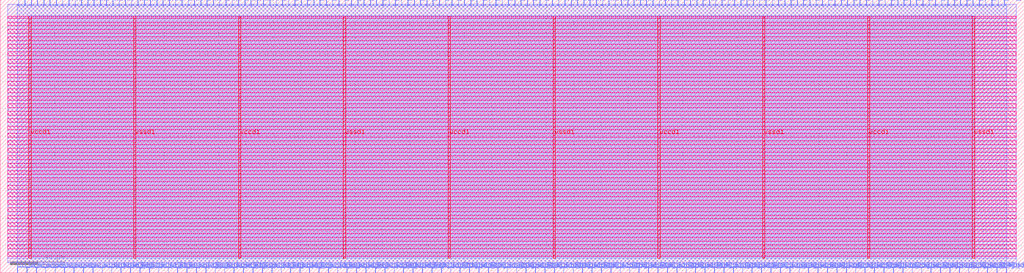
<source format=lef>
VERSION 5.7 ;
  NOWIREEXTENSIONATPIN ON ;
  DIVIDERCHAR "/" ;
  BUSBITCHARS "[]" ;
MACRO wb_memory
  CLASS BLOCK ;
  FOREIGN wb_memory ;
  ORIGIN 0.000 0.000 ;
  SIZE 750.000 BY 200.000 ;
  PIN addr_mem0[0]
    DIRECTION OUTPUT TRISTATE ;
    USE SIGNAL ;
    PORT
      LAYER met2 ;
        RECT 22.630 196.000 22.910 200.000 ;
    END
  END addr_mem0[0]
  PIN addr_mem0[1]
    DIRECTION OUTPUT TRISTATE ;
    USE SIGNAL ;
    PORT
      LAYER met2 ;
        RECT 41.030 196.000 41.310 200.000 ;
    END
  END addr_mem0[1]
  PIN addr_mem0[2]
    DIRECTION OUTPUT TRISTATE ;
    USE SIGNAL ;
    PORT
      LAYER met2 ;
        RECT 59.430 196.000 59.710 200.000 ;
    END
  END addr_mem0[2]
  PIN addr_mem0[3]
    DIRECTION OUTPUT TRISTATE ;
    USE SIGNAL ;
    PORT
      LAYER met2 ;
        RECT 77.830 196.000 78.110 200.000 ;
    END
  END addr_mem0[3]
  PIN addr_mem0[4]
    DIRECTION OUTPUT TRISTATE ;
    USE SIGNAL ;
    PORT
      LAYER met2 ;
        RECT 96.230 196.000 96.510 200.000 ;
    END
  END addr_mem0[4]
  PIN addr_mem0[5]
    DIRECTION OUTPUT TRISTATE ;
    USE SIGNAL ;
    PORT
      LAYER met2 ;
        RECT 110.030 196.000 110.310 200.000 ;
    END
  END addr_mem0[5]
  PIN addr_mem0[6]
    DIRECTION OUTPUT TRISTATE ;
    USE SIGNAL ;
    PORT
      LAYER met2 ;
        RECT 123.830 196.000 124.110 200.000 ;
    END
  END addr_mem0[6]
  PIN addr_mem0[7]
    DIRECTION OUTPUT TRISTATE ;
    USE SIGNAL ;
    PORT
      LAYER met2 ;
        RECT 137.630 196.000 137.910 200.000 ;
    END
  END addr_mem0[7]
  PIN addr_mem0[8]
    DIRECTION OUTPUT TRISTATE ;
    USE SIGNAL ;
    PORT
      LAYER met2 ;
        RECT 151.430 196.000 151.710 200.000 ;
    END
  END addr_mem0[8]
  PIN addr_mem1[0]
    DIRECTION OUTPUT TRISTATE ;
    USE SIGNAL ;
    PORT
      LAYER met2 ;
        RECT 386.030 196.000 386.310 200.000 ;
    END
  END addr_mem1[0]
  PIN addr_mem1[1]
    DIRECTION OUTPUT TRISTATE ;
    USE SIGNAL ;
    PORT
      LAYER met2 ;
        RECT 404.430 196.000 404.710 200.000 ;
    END
  END addr_mem1[1]
  PIN addr_mem1[2]
    DIRECTION OUTPUT TRISTATE ;
    USE SIGNAL ;
    PORT
      LAYER met2 ;
        RECT 422.830 196.000 423.110 200.000 ;
    END
  END addr_mem1[2]
  PIN addr_mem1[3]
    DIRECTION OUTPUT TRISTATE ;
    USE SIGNAL ;
    PORT
      LAYER met2 ;
        RECT 441.230 196.000 441.510 200.000 ;
    END
  END addr_mem1[3]
  PIN addr_mem1[4]
    DIRECTION OUTPUT TRISTATE ;
    USE SIGNAL ;
    PORT
      LAYER met2 ;
        RECT 459.630 196.000 459.910 200.000 ;
    END
  END addr_mem1[4]
  PIN addr_mem1[5]
    DIRECTION OUTPUT TRISTATE ;
    USE SIGNAL ;
    PORT
      LAYER met2 ;
        RECT 473.430 196.000 473.710 200.000 ;
    END
  END addr_mem1[5]
  PIN addr_mem1[6]
    DIRECTION OUTPUT TRISTATE ;
    USE SIGNAL ;
    PORT
      LAYER met2 ;
        RECT 487.230 196.000 487.510 200.000 ;
    END
  END addr_mem1[6]
  PIN addr_mem1[7]
    DIRECTION OUTPUT TRISTATE ;
    USE SIGNAL ;
    PORT
      LAYER met2 ;
        RECT 501.030 196.000 501.310 200.000 ;
    END
  END addr_mem1[7]
  PIN addr_mem1[8]
    DIRECTION OUTPUT TRISTATE ;
    USE SIGNAL ;
    PORT
      LAYER met2 ;
        RECT 514.830 196.000 515.110 200.000 ;
    END
  END addr_mem1[8]
  PIN csb_mem0
    DIRECTION OUTPUT TRISTATE ;
    USE SIGNAL ;
    PORT
      LAYER met2 ;
        RECT 13.430 196.000 13.710 200.000 ;
    END
  END csb_mem0
  PIN csb_mem1
    DIRECTION OUTPUT TRISTATE ;
    USE SIGNAL ;
    PORT
      LAYER met2 ;
        RECT 376.830 196.000 377.110 200.000 ;
    END
  END csb_mem1
  PIN din_mem0[0]
    DIRECTION OUTPUT TRISTATE ;
    USE SIGNAL ;
    PORT
      LAYER met2 ;
        RECT 27.230 196.000 27.510 200.000 ;
    END
  END din_mem0[0]
  PIN din_mem0[10]
    DIRECTION OUTPUT TRISTATE ;
    USE SIGNAL ;
    PORT
      LAYER met2 ;
        RECT 174.430 196.000 174.710 200.000 ;
    END
  END din_mem0[10]
  PIN din_mem0[11]
    DIRECTION OUTPUT TRISTATE ;
    USE SIGNAL ;
    PORT
      LAYER met2 ;
        RECT 183.630 196.000 183.910 200.000 ;
    END
  END din_mem0[11]
  PIN din_mem0[12]
    DIRECTION OUTPUT TRISTATE ;
    USE SIGNAL ;
    PORT
      LAYER met2 ;
        RECT 192.830 196.000 193.110 200.000 ;
    END
  END din_mem0[12]
  PIN din_mem0[13]
    DIRECTION OUTPUT TRISTATE ;
    USE SIGNAL ;
    PORT
      LAYER met2 ;
        RECT 202.030 196.000 202.310 200.000 ;
    END
  END din_mem0[13]
  PIN din_mem0[14]
    DIRECTION OUTPUT TRISTATE ;
    USE SIGNAL ;
    PORT
      LAYER met2 ;
        RECT 211.230 196.000 211.510 200.000 ;
    END
  END din_mem0[14]
  PIN din_mem0[15]
    DIRECTION OUTPUT TRISTATE ;
    USE SIGNAL ;
    PORT
      LAYER met2 ;
        RECT 220.430 196.000 220.710 200.000 ;
    END
  END din_mem0[15]
  PIN din_mem0[16]
    DIRECTION OUTPUT TRISTATE ;
    USE SIGNAL ;
    PORT
      LAYER met2 ;
        RECT 229.630 196.000 229.910 200.000 ;
    END
  END din_mem0[16]
  PIN din_mem0[17]
    DIRECTION OUTPUT TRISTATE ;
    USE SIGNAL ;
    PORT
      LAYER met2 ;
        RECT 238.830 196.000 239.110 200.000 ;
    END
  END din_mem0[17]
  PIN din_mem0[18]
    DIRECTION OUTPUT TRISTATE ;
    USE SIGNAL ;
    PORT
      LAYER met2 ;
        RECT 248.030 196.000 248.310 200.000 ;
    END
  END din_mem0[18]
  PIN din_mem0[19]
    DIRECTION OUTPUT TRISTATE ;
    USE SIGNAL ;
    PORT
      LAYER met2 ;
        RECT 257.230 196.000 257.510 200.000 ;
    END
  END din_mem0[19]
  PIN din_mem0[1]
    DIRECTION OUTPUT TRISTATE ;
    USE SIGNAL ;
    PORT
      LAYER met2 ;
        RECT 45.630 196.000 45.910 200.000 ;
    END
  END din_mem0[1]
  PIN din_mem0[20]
    DIRECTION OUTPUT TRISTATE ;
    USE SIGNAL ;
    PORT
      LAYER met2 ;
        RECT 266.430 196.000 266.710 200.000 ;
    END
  END din_mem0[20]
  PIN din_mem0[21]
    DIRECTION OUTPUT TRISTATE ;
    USE SIGNAL ;
    PORT
      LAYER met2 ;
        RECT 275.630 196.000 275.910 200.000 ;
    END
  END din_mem0[21]
  PIN din_mem0[22]
    DIRECTION OUTPUT TRISTATE ;
    USE SIGNAL ;
    PORT
      LAYER met2 ;
        RECT 284.830 196.000 285.110 200.000 ;
    END
  END din_mem0[22]
  PIN din_mem0[23]
    DIRECTION OUTPUT TRISTATE ;
    USE SIGNAL ;
    PORT
      LAYER met2 ;
        RECT 294.030 196.000 294.310 200.000 ;
    END
  END din_mem0[23]
  PIN din_mem0[24]
    DIRECTION OUTPUT TRISTATE ;
    USE SIGNAL ;
    PORT
      LAYER met2 ;
        RECT 303.230 196.000 303.510 200.000 ;
    END
  END din_mem0[24]
  PIN din_mem0[25]
    DIRECTION OUTPUT TRISTATE ;
    USE SIGNAL ;
    PORT
      LAYER met2 ;
        RECT 312.430 196.000 312.710 200.000 ;
    END
  END din_mem0[25]
  PIN din_mem0[26]
    DIRECTION OUTPUT TRISTATE ;
    USE SIGNAL ;
    PORT
      LAYER met2 ;
        RECT 321.630 196.000 321.910 200.000 ;
    END
  END din_mem0[26]
  PIN din_mem0[27]
    DIRECTION OUTPUT TRISTATE ;
    USE SIGNAL ;
    PORT
      LAYER met2 ;
        RECT 330.830 196.000 331.110 200.000 ;
    END
  END din_mem0[27]
  PIN din_mem0[28]
    DIRECTION OUTPUT TRISTATE ;
    USE SIGNAL ;
    PORT
      LAYER met2 ;
        RECT 340.030 196.000 340.310 200.000 ;
    END
  END din_mem0[28]
  PIN din_mem0[29]
    DIRECTION OUTPUT TRISTATE ;
    USE SIGNAL ;
    PORT
      LAYER met2 ;
        RECT 349.230 196.000 349.510 200.000 ;
    END
  END din_mem0[29]
  PIN din_mem0[2]
    DIRECTION OUTPUT TRISTATE ;
    USE SIGNAL ;
    PORT
      LAYER met2 ;
        RECT 64.030 196.000 64.310 200.000 ;
    END
  END din_mem0[2]
  PIN din_mem0[30]
    DIRECTION OUTPUT TRISTATE ;
    USE SIGNAL ;
    PORT
      LAYER met2 ;
        RECT 358.430 196.000 358.710 200.000 ;
    END
  END din_mem0[30]
  PIN din_mem0[31]
    DIRECTION OUTPUT TRISTATE ;
    USE SIGNAL ;
    PORT
      LAYER met2 ;
        RECT 367.630 196.000 367.910 200.000 ;
    END
  END din_mem0[31]
  PIN din_mem0[3]
    DIRECTION OUTPUT TRISTATE ;
    USE SIGNAL ;
    PORT
      LAYER met2 ;
        RECT 82.430 196.000 82.710 200.000 ;
    END
  END din_mem0[3]
  PIN din_mem0[4]
    DIRECTION OUTPUT TRISTATE ;
    USE SIGNAL ;
    PORT
      LAYER met2 ;
        RECT 100.830 196.000 101.110 200.000 ;
    END
  END din_mem0[4]
  PIN din_mem0[5]
    DIRECTION OUTPUT TRISTATE ;
    USE SIGNAL ;
    PORT
      LAYER met2 ;
        RECT 114.630 196.000 114.910 200.000 ;
    END
  END din_mem0[5]
  PIN din_mem0[6]
    DIRECTION OUTPUT TRISTATE ;
    USE SIGNAL ;
    PORT
      LAYER met2 ;
        RECT 128.430 196.000 128.710 200.000 ;
    END
  END din_mem0[6]
  PIN din_mem0[7]
    DIRECTION OUTPUT TRISTATE ;
    USE SIGNAL ;
    PORT
      LAYER met2 ;
        RECT 142.230 196.000 142.510 200.000 ;
    END
  END din_mem0[7]
  PIN din_mem0[8]
    DIRECTION OUTPUT TRISTATE ;
    USE SIGNAL ;
    PORT
      LAYER met2 ;
        RECT 156.030 196.000 156.310 200.000 ;
    END
  END din_mem0[8]
  PIN din_mem0[9]
    DIRECTION OUTPUT TRISTATE ;
    USE SIGNAL ;
    PORT
      LAYER met2 ;
        RECT 165.230 196.000 165.510 200.000 ;
    END
  END din_mem0[9]
  PIN din_mem1[0]
    DIRECTION OUTPUT TRISTATE ;
    USE SIGNAL ;
    PORT
      LAYER met2 ;
        RECT 390.630 196.000 390.910 200.000 ;
    END
  END din_mem1[0]
  PIN din_mem1[10]
    DIRECTION OUTPUT TRISTATE ;
    USE SIGNAL ;
    PORT
      LAYER met2 ;
        RECT 537.830 196.000 538.110 200.000 ;
    END
  END din_mem1[10]
  PIN din_mem1[11]
    DIRECTION OUTPUT TRISTATE ;
    USE SIGNAL ;
    PORT
      LAYER met2 ;
        RECT 547.030 196.000 547.310 200.000 ;
    END
  END din_mem1[11]
  PIN din_mem1[12]
    DIRECTION OUTPUT TRISTATE ;
    USE SIGNAL ;
    PORT
      LAYER met2 ;
        RECT 556.230 196.000 556.510 200.000 ;
    END
  END din_mem1[12]
  PIN din_mem1[13]
    DIRECTION OUTPUT TRISTATE ;
    USE SIGNAL ;
    PORT
      LAYER met2 ;
        RECT 565.430 196.000 565.710 200.000 ;
    END
  END din_mem1[13]
  PIN din_mem1[14]
    DIRECTION OUTPUT TRISTATE ;
    USE SIGNAL ;
    PORT
      LAYER met2 ;
        RECT 574.630 196.000 574.910 200.000 ;
    END
  END din_mem1[14]
  PIN din_mem1[15]
    DIRECTION OUTPUT TRISTATE ;
    USE SIGNAL ;
    PORT
      LAYER met2 ;
        RECT 583.830 196.000 584.110 200.000 ;
    END
  END din_mem1[15]
  PIN din_mem1[16]
    DIRECTION OUTPUT TRISTATE ;
    USE SIGNAL ;
    PORT
      LAYER met2 ;
        RECT 593.030 196.000 593.310 200.000 ;
    END
  END din_mem1[16]
  PIN din_mem1[17]
    DIRECTION OUTPUT TRISTATE ;
    USE SIGNAL ;
    PORT
      LAYER met2 ;
        RECT 602.230 196.000 602.510 200.000 ;
    END
  END din_mem1[17]
  PIN din_mem1[18]
    DIRECTION OUTPUT TRISTATE ;
    USE SIGNAL ;
    PORT
      LAYER met2 ;
        RECT 611.430 196.000 611.710 200.000 ;
    END
  END din_mem1[18]
  PIN din_mem1[19]
    DIRECTION OUTPUT TRISTATE ;
    USE SIGNAL ;
    PORT
      LAYER met2 ;
        RECT 620.630 196.000 620.910 200.000 ;
    END
  END din_mem1[19]
  PIN din_mem1[1]
    DIRECTION OUTPUT TRISTATE ;
    USE SIGNAL ;
    PORT
      LAYER met2 ;
        RECT 409.030 196.000 409.310 200.000 ;
    END
  END din_mem1[1]
  PIN din_mem1[20]
    DIRECTION OUTPUT TRISTATE ;
    USE SIGNAL ;
    PORT
      LAYER met2 ;
        RECT 629.830 196.000 630.110 200.000 ;
    END
  END din_mem1[20]
  PIN din_mem1[21]
    DIRECTION OUTPUT TRISTATE ;
    USE SIGNAL ;
    PORT
      LAYER met2 ;
        RECT 639.030 196.000 639.310 200.000 ;
    END
  END din_mem1[21]
  PIN din_mem1[22]
    DIRECTION OUTPUT TRISTATE ;
    USE SIGNAL ;
    PORT
      LAYER met2 ;
        RECT 648.230 196.000 648.510 200.000 ;
    END
  END din_mem1[22]
  PIN din_mem1[23]
    DIRECTION OUTPUT TRISTATE ;
    USE SIGNAL ;
    PORT
      LAYER met2 ;
        RECT 657.430 196.000 657.710 200.000 ;
    END
  END din_mem1[23]
  PIN din_mem1[24]
    DIRECTION OUTPUT TRISTATE ;
    USE SIGNAL ;
    PORT
      LAYER met2 ;
        RECT 666.630 196.000 666.910 200.000 ;
    END
  END din_mem1[24]
  PIN din_mem1[25]
    DIRECTION OUTPUT TRISTATE ;
    USE SIGNAL ;
    PORT
      LAYER met2 ;
        RECT 675.830 196.000 676.110 200.000 ;
    END
  END din_mem1[25]
  PIN din_mem1[26]
    DIRECTION OUTPUT TRISTATE ;
    USE SIGNAL ;
    PORT
      LAYER met2 ;
        RECT 685.030 196.000 685.310 200.000 ;
    END
  END din_mem1[26]
  PIN din_mem1[27]
    DIRECTION OUTPUT TRISTATE ;
    USE SIGNAL ;
    PORT
      LAYER met2 ;
        RECT 694.230 196.000 694.510 200.000 ;
    END
  END din_mem1[27]
  PIN din_mem1[28]
    DIRECTION OUTPUT TRISTATE ;
    USE SIGNAL ;
    PORT
      LAYER met2 ;
        RECT 703.430 196.000 703.710 200.000 ;
    END
  END din_mem1[28]
  PIN din_mem1[29]
    DIRECTION OUTPUT TRISTATE ;
    USE SIGNAL ;
    PORT
      LAYER met2 ;
        RECT 712.630 196.000 712.910 200.000 ;
    END
  END din_mem1[29]
  PIN din_mem1[2]
    DIRECTION OUTPUT TRISTATE ;
    USE SIGNAL ;
    PORT
      LAYER met2 ;
        RECT 427.430 196.000 427.710 200.000 ;
    END
  END din_mem1[2]
  PIN din_mem1[30]
    DIRECTION OUTPUT TRISTATE ;
    USE SIGNAL ;
    PORT
      LAYER met2 ;
        RECT 721.830 196.000 722.110 200.000 ;
    END
  END din_mem1[30]
  PIN din_mem1[31]
    DIRECTION OUTPUT TRISTATE ;
    USE SIGNAL ;
    PORT
      LAYER met2 ;
        RECT 731.030 196.000 731.310 200.000 ;
    END
  END din_mem1[31]
  PIN din_mem1[3]
    DIRECTION OUTPUT TRISTATE ;
    USE SIGNAL ;
    PORT
      LAYER met2 ;
        RECT 445.830 196.000 446.110 200.000 ;
    END
  END din_mem1[3]
  PIN din_mem1[4]
    DIRECTION OUTPUT TRISTATE ;
    USE SIGNAL ;
    PORT
      LAYER met2 ;
        RECT 464.230 196.000 464.510 200.000 ;
    END
  END din_mem1[4]
  PIN din_mem1[5]
    DIRECTION OUTPUT TRISTATE ;
    USE SIGNAL ;
    PORT
      LAYER met2 ;
        RECT 478.030 196.000 478.310 200.000 ;
    END
  END din_mem1[5]
  PIN din_mem1[6]
    DIRECTION OUTPUT TRISTATE ;
    USE SIGNAL ;
    PORT
      LAYER met2 ;
        RECT 491.830 196.000 492.110 200.000 ;
    END
  END din_mem1[6]
  PIN din_mem1[7]
    DIRECTION OUTPUT TRISTATE ;
    USE SIGNAL ;
    PORT
      LAYER met2 ;
        RECT 505.630 196.000 505.910 200.000 ;
    END
  END din_mem1[7]
  PIN din_mem1[8]
    DIRECTION OUTPUT TRISTATE ;
    USE SIGNAL ;
    PORT
      LAYER met2 ;
        RECT 519.430 196.000 519.710 200.000 ;
    END
  END din_mem1[8]
  PIN din_mem1[9]
    DIRECTION OUTPUT TRISTATE ;
    USE SIGNAL ;
    PORT
      LAYER met2 ;
        RECT 528.630 196.000 528.910 200.000 ;
    END
  END din_mem1[9]
  PIN dout_mem0[0]
    DIRECTION INPUT ;
    USE SIGNAL ;
    PORT
      LAYER met2 ;
        RECT 31.830 196.000 32.110 200.000 ;
    END
  END dout_mem0[0]
  PIN dout_mem0[10]
    DIRECTION INPUT ;
    USE SIGNAL ;
    PORT
      LAYER met2 ;
        RECT 179.030 196.000 179.310 200.000 ;
    END
  END dout_mem0[10]
  PIN dout_mem0[11]
    DIRECTION INPUT ;
    USE SIGNAL ;
    PORT
      LAYER met2 ;
        RECT 188.230 196.000 188.510 200.000 ;
    END
  END dout_mem0[11]
  PIN dout_mem0[12]
    DIRECTION INPUT ;
    USE SIGNAL ;
    PORT
      LAYER met2 ;
        RECT 197.430 196.000 197.710 200.000 ;
    END
  END dout_mem0[12]
  PIN dout_mem0[13]
    DIRECTION INPUT ;
    USE SIGNAL ;
    PORT
      LAYER met2 ;
        RECT 206.630 196.000 206.910 200.000 ;
    END
  END dout_mem0[13]
  PIN dout_mem0[14]
    DIRECTION INPUT ;
    USE SIGNAL ;
    PORT
      LAYER met2 ;
        RECT 215.830 196.000 216.110 200.000 ;
    END
  END dout_mem0[14]
  PIN dout_mem0[15]
    DIRECTION INPUT ;
    USE SIGNAL ;
    PORT
      LAYER met2 ;
        RECT 225.030 196.000 225.310 200.000 ;
    END
  END dout_mem0[15]
  PIN dout_mem0[16]
    DIRECTION INPUT ;
    USE SIGNAL ;
    PORT
      LAYER met2 ;
        RECT 234.230 196.000 234.510 200.000 ;
    END
  END dout_mem0[16]
  PIN dout_mem0[17]
    DIRECTION INPUT ;
    USE SIGNAL ;
    PORT
      LAYER met2 ;
        RECT 243.430 196.000 243.710 200.000 ;
    END
  END dout_mem0[17]
  PIN dout_mem0[18]
    DIRECTION INPUT ;
    USE SIGNAL ;
    PORT
      LAYER met2 ;
        RECT 252.630 196.000 252.910 200.000 ;
    END
  END dout_mem0[18]
  PIN dout_mem0[19]
    DIRECTION INPUT ;
    USE SIGNAL ;
    PORT
      LAYER met2 ;
        RECT 261.830 196.000 262.110 200.000 ;
    END
  END dout_mem0[19]
  PIN dout_mem0[1]
    DIRECTION INPUT ;
    USE SIGNAL ;
    PORT
      LAYER met2 ;
        RECT 50.230 196.000 50.510 200.000 ;
    END
  END dout_mem0[1]
  PIN dout_mem0[20]
    DIRECTION INPUT ;
    USE SIGNAL ;
    PORT
      LAYER met2 ;
        RECT 271.030 196.000 271.310 200.000 ;
    END
  END dout_mem0[20]
  PIN dout_mem0[21]
    DIRECTION INPUT ;
    USE SIGNAL ;
    PORT
      LAYER met2 ;
        RECT 280.230 196.000 280.510 200.000 ;
    END
  END dout_mem0[21]
  PIN dout_mem0[22]
    DIRECTION INPUT ;
    USE SIGNAL ;
    PORT
      LAYER met2 ;
        RECT 289.430 196.000 289.710 200.000 ;
    END
  END dout_mem0[22]
  PIN dout_mem0[23]
    DIRECTION INPUT ;
    USE SIGNAL ;
    PORT
      LAYER met2 ;
        RECT 298.630 196.000 298.910 200.000 ;
    END
  END dout_mem0[23]
  PIN dout_mem0[24]
    DIRECTION INPUT ;
    USE SIGNAL ;
    PORT
      LAYER met2 ;
        RECT 307.830 196.000 308.110 200.000 ;
    END
  END dout_mem0[24]
  PIN dout_mem0[25]
    DIRECTION INPUT ;
    USE SIGNAL ;
    PORT
      LAYER met2 ;
        RECT 317.030 196.000 317.310 200.000 ;
    END
  END dout_mem0[25]
  PIN dout_mem0[26]
    DIRECTION INPUT ;
    USE SIGNAL ;
    PORT
      LAYER met2 ;
        RECT 326.230 196.000 326.510 200.000 ;
    END
  END dout_mem0[26]
  PIN dout_mem0[27]
    DIRECTION INPUT ;
    USE SIGNAL ;
    PORT
      LAYER met2 ;
        RECT 335.430 196.000 335.710 200.000 ;
    END
  END dout_mem0[27]
  PIN dout_mem0[28]
    DIRECTION INPUT ;
    USE SIGNAL ;
    PORT
      LAYER met2 ;
        RECT 344.630 196.000 344.910 200.000 ;
    END
  END dout_mem0[28]
  PIN dout_mem0[29]
    DIRECTION INPUT ;
    USE SIGNAL ;
    PORT
      LAYER met2 ;
        RECT 353.830 196.000 354.110 200.000 ;
    END
  END dout_mem0[29]
  PIN dout_mem0[2]
    DIRECTION INPUT ;
    USE SIGNAL ;
    PORT
      LAYER met2 ;
        RECT 68.630 196.000 68.910 200.000 ;
    END
  END dout_mem0[2]
  PIN dout_mem0[30]
    DIRECTION INPUT ;
    USE SIGNAL ;
    PORT
      LAYER met2 ;
        RECT 363.030 196.000 363.310 200.000 ;
    END
  END dout_mem0[30]
  PIN dout_mem0[31]
    DIRECTION INPUT ;
    USE SIGNAL ;
    PORT
      LAYER met2 ;
        RECT 372.230 196.000 372.510 200.000 ;
    END
  END dout_mem0[31]
  PIN dout_mem0[3]
    DIRECTION INPUT ;
    USE SIGNAL ;
    PORT
      LAYER met2 ;
        RECT 87.030 196.000 87.310 200.000 ;
    END
  END dout_mem0[3]
  PIN dout_mem0[4]
    DIRECTION INPUT ;
    USE SIGNAL ;
    PORT
      LAYER met2 ;
        RECT 105.430 196.000 105.710 200.000 ;
    END
  END dout_mem0[4]
  PIN dout_mem0[5]
    DIRECTION INPUT ;
    USE SIGNAL ;
    PORT
      LAYER met2 ;
        RECT 119.230 196.000 119.510 200.000 ;
    END
  END dout_mem0[5]
  PIN dout_mem0[6]
    DIRECTION INPUT ;
    USE SIGNAL ;
    PORT
      LAYER met2 ;
        RECT 133.030 196.000 133.310 200.000 ;
    END
  END dout_mem0[6]
  PIN dout_mem0[7]
    DIRECTION INPUT ;
    USE SIGNAL ;
    PORT
      LAYER met2 ;
        RECT 146.830 196.000 147.110 200.000 ;
    END
  END dout_mem0[7]
  PIN dout_mem0[8]
    DIRECTION INPUT ;
    USE SIGNAL ;
    PORT
      LAYER met2 ;
        RECT 160.630 196.000 160.910 200.000 ;
    END
  END dout_mem0[8]
  PIN dout_mem0[9]
    DIRECTION INPUT ;
    USE SIGNAL ;
    PORT
      LAYER met2 ;
        RECT 169.830 196.000 170.110 200.000 ;
    END
  END dout_mem0[9]
  PIN dout_mem1[0]
    DIRECTION INPUT ;
    USE SIGNAL ;
    PORT
      LAYER met2 ;
        RECT 395.230 196.000 395.510 200.000 ;
    END
  END dout_mem1[0]
  PIN dout_mem1[10]
    DIRECTION INPUT ;
    USE SIGNAL ;
    PORT
      LAYER met2 ;
        RECT 542.430 196.000 542.710 200.000 ;
    END
  END dout_mem1[10]
  PIN dout_mem1[11]
    DIRECTION INPUT ;
    USE SIGNAL ;
    PORT
      LAYER met2 ;
        RECT 551.630 196.000 551.910 200.000 ;
    END
  END dout_mem1[11]
  PIN dout_mem1[12]
    DIRECTION INPUT ;
    USE SIGNAL ;
    PORT
      LAYER met2 ;
        RECT 560.830 196.000 561.110 200.000 ;
    END
  END dout_mem1[12]
  PIN dout_mem1[13]
    DIRECTION INPUT ;
    USE SIGNAL ;
    PORT
      LAYER met2 ;
        RECT 570.030 196.000 570.310 200.000 ;
    END
  END dout_mem1[13]
  PIN dout_mem1[14]
    DIRECTION INPUT ;
    USE SIGNAL ;
    PORT
      LAYER met2 ;
        RECT 579.230 196.000 579.510 200.000 ;
    END
  END dout_mem1[14]
  PIN dout_mem1[15]
    DIRECTION INPUT ;
    USE SIGNAL ;
    PORT
      LAYER met2 ;
        RECT 588.430 196.000 588.710 200.000 ;
    END
  END dout_mem1[15]
  PIN dout_mem1[16]
    DIRECTION INPUT ;
    USE SIGNAL ;
    PORT
      LAYER met2 ;
        RECT 597.630 196.000 597.910 200.000 ;
    END
  END dout_mem1[16]
  PIN dout_mem1[17]
    DIRECTION INPUT ;
    USE SIGNAL ;
    PORT
      LAYER met2 ;
        RECT 606.830 196.000 607.110 200.000 ;
    END
  END dout_mem1[17]
  PIN dout_mem1[18]
    DIRECTION INPUT ;
    USE SIGNAL ;
    PORT
      LAYER met2 ;
        RECT 616.030 196.000 616.310 200.000 ;
    END
  END dout_mem1[18]
  PIN dout_mem1[19]
    DIRECTION INPUT ;
    USE SIGNAL ;
    PORT
      LAYER met2 ;
        RECT 625.230 196.000 625.510 200.000 ;
    END
  END dout_mem1[19]
  PIN dout_mem1[1]
    DIRECTION INPUT ;
    USE SIGNAL ;
    PORT
      LAYER met2 ;
        RECT 413.630 196.000 413.910 200.000 ;
    END
  END dout_mem1[1]
  PIN dout_mem1[20]
    DIRECTION INPUT ;
    USE SIGNAL ;
    PORT
      LAYER met2 ;
        RECT 634.430 196.000 634.710 200.000 ;
    END
  END dout_mem1[20]
  PIN dout_mem1[21]
    DIRECTION INPUT ;
    USE SIGNAL ;
    PORT
      LAYER met2 ;
        RECT 643.630 196.000 643.910 200.000 ;
    END
  END dout_mem1[21]
  PIN dout_mem1[22]
    DIRECTION INPUT ;
    USE SIGNAL ;
    PORT
      LAYER met2 ;
        RECT 652.830 196.000 653.110 200.000 ;
    END
  END dout_mem1[22]
  PIN dout_mem1[23]
    DIRECTION INPUT ;
    USE SIGNAL ;
    PORT
      LAYER met2 ;
        RECT 662.030 196.000 662.310 200.000 ;
    END
  END dout_mem1[23]
  PIN dout_mem1[24]
    DIRECTION INPUT ;
    USE SIGNAL ;
    PORT
      LAYER met2 ;
        RECT 671.230 196.000 671.510 200.000 ;
    END
  END dout_mem1[24]
  PIN dout_mem1[25]
    DIRECTION INPUT ;
    USE SIGNAL ;
    PORT
      LAYER met2 ;
        RECT 680.430 196.000 680.710 200.000 ;
    END
  END dout_mem1[25]
  PIN dout_mem1[26]
    DIRECTION INPUT ;
    USE SIGNAL ;
    PORT
      LAYER met2 ;
        RECT 689.630 196.000 689.910 200.000 ;
    END
  END dout_mem1[26]
  PIN dout_mem1[27]
    DIRECTION INPUT ;
    USE SIGNAL ;
    PORT
      LAYER met2 ;
        RECT 698.830 196.000 699.110 200.000 ;
    END
  END dout_mem1[27]
  PIN dout_mem1[28]
    DIRECTION INPUT ;
    USE SIGNAL ;
    PORT
      LAYER met2 ;
        RECT 708.030 196.000 708.310 200.000 ;
    END
  END dout_mem1[28]
  PIN dout_mem1[29]
    DIRECTION INPUT ;
    USE SIGNAL ;
    PORT
      LAYER met2 ;
        RECT 717.230 196.000 717.510 200.000 ;
    END
  END dout_mem1[29]
  PIN dout_mem1[2]
    DIRECTION INPUT ;
    USE SIGNAL ;
    PORT
      LAYER met2 ;
        RECT 432.030 196.000 432.310 200.000 ;
    END
  END dout_mem1[2]
  PIN dout_mem1[30]
    DIRECTION INPUT ;
    USE SIGNAL ;
    PORT
      LAYER met2 ;
        RECT 726.430 196.000 726.710 200.000 ;
    END
  END dout_mem1[30]
  PIN dout_mem1[31]
    DIRECTION INPUT ;
    USE SIGNAL ;
    PORT
      LAYER met2 ;
        RECT 735.630 196.000 735.910 200.000 ;
    END
  END dout_mem1[31]
  PIN dout_mem1[3]
    DIRECTION INPUT ;
    USE SIGNAL ;
    PORT
      LAYER met2 ;
        RECT 450.430 196.000 450.710 200.000 ;
    END
  END dout_mem1[3]
  PIN dout_mem1[4]
    DIRECTION INPUT ;
    USE SIGNAL ;
    PORT
      LAYER met2 ;
        RECT 468.830 196.000 469.110 200.000 ;
    END
  END dout_mem1[4]
  PIN dout_mem1[5]
    DIRECTION INPUT ;
    USE SIGNAL ;
    PORT
      LAYER met2 ;
        RECT 482.630 196.000 482.910 200.000 ;
    END
  END dout_mem1[5]
  PIN dout_mem1[6]
    DIRECTION INPUT ;
    USE SIGNAL ;
    PORT
      LAYER met2 ;
        RECT 496.430 196.000 496.710 200.000 ;
    END
  END dout_mem1[6]
  PIN dout_mem1[7]
    DIRECTION INPUT ;
    USE SIGNAL ;
    PORT
      LAYER met2 ;
        RECT 510.230 196.000 510.510 200.000 ;
    END
  END dout_mem1[7]
  PIN dout_mem1[8]
    DIRECTION INPUT ;
    USE SIGNAL ;
    PORT
      LAYER met2 ;
        RECT 524.030 196.000 524.310 200.000 ;
    END
  END dout_mem1[8]
  PIN dout_mem1[9]
    DIRECTION INPUT ;
    USE SIGNAL ;
    PORT
      LAYER met2 ;
        RECT 533.230 196.000 533.510 200.000 ;
    END
  END dout_mem1[9]
  PIN io_wbs_ack
    DIRECTION OUTPUT TRISTATE ;
    USE SIGNAL ;
    PORT
      LAYER met2 ;
        RECT 12.510 0.000 12.790 4.000 ;
    END
  END io_wbs_ack
  PIN io_wbs_adr[0]
    DIRECTION INPUT ;
    USE SIGNAL ;
    PORT
      LAYER met2 ;
        RECT 53.910 0.000 54.190 4.000 ;
    END
  END io_wbs_adr[0]
  PIN io_wbs_adr[10]
    DIRECTION INPUT ;
    USE SIGNAL ;
    PORT
      LAYER met2 ;
        RECT 288.510 0.000 288.790 4.000 ;
    END
  END io_wbs_adr[10]
  PIN io_wbs_adr[11]
    DIRECTION INPUT ;
    USE SIGNAL ;
    PORT
      LAYER met2 ;
        RECT 309.210 0.000 309.490 4.000 ;
    END
  END io_wbs_adr[11]
  PIN io_wbs_adr[12]
    DIRECTION INPUT ;
    USE SIGNAL ;
    PORT
      LAYER met2 ;
        RECT 329.910 0.000 330.190 4.000 ;
    END
  END io_wbs_adr[12]
  PIN io_wbs_adr[13]
    DIRECTION INPUT ;
    USE SIGNAL ;
    PORT
      LAYER met2 ;
        RECT 350.610 0.000 350.890 4.000 ;
    END
  END io_wbs_adr[13]
  PIN io_wbs_adr[14]
    DIRECTION INPUT ;
    USE SIGNAL ;
    PORT
      LAYER met2 ;
        RECT 371.310 0.000 371.590 4.000 ;
    END
  END io_wbs_adr[14]
  PIN io_wbs_adr[15]
    DIRECTION INPUT ;
    USE SIGNAL ;
    PORT
      LAYER met2 ;
        RECT 392.010 0.000 392.290 4.000 ;
    END
  END io_wbs_adr[15]
  PIN io_wbs_adr[16]
    DIRECTION INPUT ;
    USE SIGNAL ;
    PORT
      LAYER met2 ;
        RECT 412.710 0.000 412.990 4.000 ;
    END
  END io_wbs_adr[16]
  PIN io_wbs_adr[17]
    DIRECTION INPUT ;
    USE SIGNAL ;
    PORT
      LAYER met2 ;
        RECT 433.410 0.000 433.690 4.000 ;
    END
  END io_wbs_adr[17]
  PIN io_wbs_adr[18]
    DIRECTION INPUT ;
    USE SIGNAL ;
    PORT
      LAYER met2 ;
        RECT 454.110 0.000 454.390 4.000 ;
    END
  END io_wbs_adr[18]
  PIN io_wbs_adr[19]
    DIRECTION INPUT ;
    USE SIGNAL ;
    PORT
      LAYER met2 ;
        RECT 474.810 0.000 475.090 4.000 ;
    END
  END io_wbs_adr[19]
  PIN io_wbs_adr[1]
    DIRECTION INPUT ;
    USE SIGNAL ;
    PORT
      LAYER met2 ;
        RECT 81.510 0.000 81.790 4.000 ;
    END
  END io_wbs_adr[1]
  PIN io_wbs_adr[20]
    DIRECTION INPUT ;
    USE SIGNAL ;
    PORT
      LAYER met2 ;
        RECT 495.510 0.000 495.790 4.000 ;
    END
  END io_wbs_adr[20]
  PIN io_wbs_adr[21]
    DIRECTION INPUT ;
    USE SIGNAL ;
    PORT
      LAYER met2 ;
        RECT 516.210 0.000 516.490 4.000 ;
    END
  END io_wbs_adr[21]
  PIN io_wbs_adr[22]
    DIRECTION INPUT ;
    USE SIGNAL ;
    PORT
      LAYER met2 ;
        RECT 536.910 0.000 537.190 4.000 ;
    END
  END io_wbs_adr[22]
  PIN io_wbs_adr[23]
    DIRECTION INPUT ;
    USE SIGNAL ;
    PORT
      LAYER met2 ;
        RECT 557.610 0.000 557.890 4.000 ;
    END
  END io_wbs_adr[23]
  PIN io_wbs_adr[24]
    DIRECTION INPUT ;
    USE SIGNAL ;
    PORT
      LAYER met2 ;
        RECT 578.310 0.000 578.590 4.000 ;
    END
  END io_wbs_adr[24]
  PIN io_wbs_adr[25]
    DIRECTION INPUT ;
    USE SIGNAL ;
    PORT
      LAYER met2 ;
        RECT 599.010 0.000 599.290 4.000 ;
    END
  END io_wbs_adr[25]
  PIN io_wbs_adr[26]
    DIRECTION INPUT ;
    USE SIGNAL ;
    PORT
      LAYER met2 ;
        RECT 619.710 0.000 619.990 4.000 ;
    END
  END io_wbs_adr[26]
  PIN io_wbs_adr[27]
    DIRECTION INPUT ;
    USE SIGNAL ;
    PORT
      LAYER met2 ;
        RECT 640.410 0.000 640.690 4.000 ;
    END
  END io_wbs_adr[27]
  PIN io_wbs_adr[28]
    DIRECTION INPUT ;
    USE SIGNAL ;
    PORT
      LAYER met2 ;
        RECT 661.110 0.000 661.390 4.000 ;
    END
  END io_wbs_adr[28]
  PIN io_wbs_adr[29]
    DIRECTION INPUT ;
    USE SIGNAL ;
    PORT
      LAYER met2 ;
        RECT 681.810 0.000 682.090 4.000 ;
    END
  END io_wbs_adr[29]
  PIN io_wbs_adr[2]
    DIRECTION INPUT ;
    USE SIGNAL ;
    PORT
      LAYER met2 ;
        RECT 109.110 0.000 109.390 4.000 ;
    END
  END io_wbs_adr[2]
  PIN io_wbs_adr[30]
    DIRECTION INPUT ;
    USE SIGNAL ;
    PORT
      LAYER met2 ;
        RECT 702.510 0.000 702.790 4.000 ;
    END
  END io_wbs_adr[30]
  PIN io_wbs_adr[31]
    DIRECTION INPUT ;
    USE SIGNAL ;
    PORT
      LAYER met2 ;
        RECT 723.210 0.000 723.490 4.000 ;
    END
  END io_wbs_adr[31]
  PIN io_wbs_adr[3]
    DIRECTION INPUT ;
    USE SIGNAL ;
    PORT
      LAYER met2 ;
        RECT 136.710 0.000 136.990 4.000 ;
    END
  END io_wbs_adr[3]
  PIN io_wbs_adr[4]
    DIRECTION INPUT ;
    USE SIGNAL ;
    PORT
      LAYER met2 ;
        RECT 164.310 0.000 164.590 4.000 ;
    END
  END io_wbs_adr[4]
  PIN io_wbs_adr[5]
    DIRECTION INPUT ;
    USE SIGNAL ;
    PORT
      LAYER met2 ;
        RECT 185.010 0.000 185.290 4.000 ;
    END
  END io_wbs_adr[5]
  PIN io_wbs_adr[6]
    DIRECTION INPUT ;
    USE SIGNAL ;
    PORT
      LAYER met2 ;
        RECT 205.710 0.000 205.990 4.000 ;
    END
  END io_wbs_adr[6]
  PIN io_wbs_adr[7]
    DIRECTION INPUT ;
    USE SIGNAL ;
    PORT
      LAYER met2 ;
        RECT 226.410 0.000 226.690 4.000 ;
    END
  END io_wbs_adr[7]
  PIN io_wbs_adr[8]
    DIRECTION INPUT ;
    USE SIGNAL ;
    PORT
      LAYER met2 ;
        RECT 247.110 0.000 247.390 4.000 ;
    END
  END io_wbs_adr[8]
  PIN io_wbs_adr[9]
    DIRECTION INPUT ;
    USE SIGNAL ;
    PORT
      LAYER met2 ;
        RECT 267.810 0.000 268.090 4.000 ;
    END
  END io_wbs_adr[9]
  PIN io_wbs_clk
    DIRECTION INPUT ;
    USE SIGNAL ;
    PORT
      LAYER met2 ;
        RECT 19.410 0.000 19.690 4.000 ;
    END
  END io_wbs_clk
  PIN io_wbs_cyc
    DIRECTION INPUT ;
    USE SIGNAL ;
    PORT
      LAYER met2 ;
        RECT 26.310 0.000 26.590 4.000 ;
    END
  END io_wbs_cyc
  PIN io_wbs_datrd[0]
    DIRECTION OUTPUT TRISTATE ;
    USE SIGNAL ;
    PORT
      LAYER met2 ;
        RECT 60.810 0.000 61.090 4.000 ;
    END
  END io_wbs_datrd[0]
  PIN io_wbs_datrd[10]
    DIRECTION OUTPUT TRISTATE ;
    USE SIGNAL ;
    PORT
      LAYER met2 ;
        RECT 295.410 0.000 295.690 4.000 ;
    END
  END io_wbs_datrd[10]
  PIN io_wbs_datrd[11]
    DIRECTION OUTPUT TRISTATE ;
    USE SIGNAL ;
    PORT
      LAYER met2 ;
        RECT 316.110 0.000 316.390 4.000 ;
    END
  END io_wbs_datrd[11]
  PIN io_wbs_datrd[12]
    DIRECTION OUTPUT TRISTATE ;
    USE SIGNAL ;
    PORT
      LAYER met2 ;
        RECT 336.810 0.000 337.090 4.000 ;
    END
  END io_wbs_datrd[12]
  PIN io_wbs_datrd[13]
    DIRECTION OUTPUT TRISTATE ;
    USE SIGNAL ;
    PORT
      LAYER met2 ;
        RECT 357.510 0.000 357.790 4.000 ;
    END
  END io_wbs_datrd[13]
  PIN io_wbs_datrd[14]
    DIRECTION OUTPUT TRISTATE ;
    USE SIGNAL ;
    PORT
      LAYER met2 ;
        RECT 378.210 0.000 378.490 4.000 ;
    END
  END io_wbs_datrd[14]
  PIN io_wbs_datrd[15]
    DIRECTION OUTPUT TRISTATE ;
    USE SIGNAL ;
    PORT
      LAYER met2 ;
        RECT 398.910 0.000 399.190 4.000 ;
    END
  END io_wbs_datrd[15]
  PIN io_wbs_datrd[16]
    DIRECTION OUTPUT TRISTATE ;
    USE SIGNAL ;
    PORT
      LAYER met2 ;
        RECT 419.610 0.000 419.890 4.000 ;
    END
  END io_wbs_datrd[16]
  PIN io_wbs_datrd[17]
    DIRECTION OUTPUT TRISTATE ;
    USE SIGNAL ;
    PORT
      LAYER met2 ;
        RECT 440.310 0.000 440.590 4.000 ;
    END
  END io_wbs_datrd[17]
  PIN io_wbs_datrd[18]
    DIRECTION OUTPUT TRISTATE ;
    USE SIGNAL ;
    PORT
      LAYER met2 ;
        RECT 461.010 0.000 461.290 4.000 ;
    END
  END io_wbs_datrd[18]
  PIN io_wbs_datrd[19]
    DIRECTION OUTPUT TRISTATE ;
    USE SIGNAL ;
    PORT
      LAYER met2 ;
        RECT 481.710 0.000 481.990 4.000 ;
    END
  END io_wbs_datrd[19]
  PIN io_wbs_datrd[1]
    DIRECTION OUTPUT TRISTATE ;
    USE SIGNAL ;
    PORT
      LAYER met2 ;
        RECT 88.410 0.000 88.690 4.000 ;
    END
  END io_wbs_datrd[1]
  PIN io_wbs_datrd[20]
    DIRECTION OUTPUT TRISTATE ;
    USE SIGNAL ;
    PORT
      LAYER met2 ;
        RECT 502.410 0.000 502.690 4.000 ;
    END
  END io_wbs_datrd[20]
  PIN io_wbs_datrd[21]
    DIRECTION OUTPUT TRISTATE ;
    USE SIGNAL ;
    PORT
      LAYER met2 ;
        RECT 523.110 0.000 523.390 4.000 ;
    END
  END io_wbs_datrd[21]
  PIN io_wbs_datrd[22]
    DIRECTION OUTPUT TRISTATE ;
    USE SIGNAL ;
    PORT
      LAYER met2 ;
        RECT 543.810 0.000 544.090 4.000 ;
    END
  END io_wbs_datrd[22]
  PIN io_wbs_datrd[23]
    DIRECTION OUTPUT TRISTATE ;
    USE SIGNAL ;
    PORT
      LAYER met2 ;
        RECT 564.510 0.000 564.790 4.000 ;
    END
  END io_wbs_datrd[23]
  PIN io_wbs_datrd[24]
    DIRECTION OUTPUT TRISTATE ;
    USE SIGNAL ;
    PORT
      LAYER met2 ;
        RECT 585.210 0.000 585.490 4.000 ;
    END
  END io_wbs_datrd[24]
  PIN io_wbs_datrd[25]
    DIRECTION OUTPUT TRISTATE ;
    USE SIGNAL ;
    PORT
      LAYER met2 ;
        RECT 605.910 0.000 606.190 4.000 ;
    END
  END io_wbs_datrd[25]
  PIN io_wbs_datrd[26]
    DIRECTION OUTPUT TRISTATE ;
    USE SIGNAL ;
    PORT
      LAYER met2 ;
        RECT 626.610 0.000 626.890 4.000 ;
    END
  END io_wbs_datrd[26]
  PIN io_wbs_datrd[27]
    DIRECTION OUTPUT TRISTATE ;
    USE SIGNAL ;
    PORT
      LAYER met2 ;
        RECT 647.310 0.000 647.590 4.000 ;
    END
  END io_wbs_datrd[27]
  PIN io_wbs_datrd[28]
    DIRECTION OUTPUT TRISTATE ;
    USE SIGNAL ;
    PORT
      LAYER met2 ;
        RECT 668.010 0.000 668.290 4.000 ;
    END
  END io_wbs_datrd[28]
  PIN io_wbs_datrd[29]
    DIRECTION OUTPUT TRISTATE ;
    USE SIGNAL ;
    PORT
      LAYER met2 ;
        RECT 688.710 0.000 688.990 4.000 ;
    END
  END io_wbs_datrd[29]
  PIN io_wbs_datrd[2]
    DIRECTION OUTPUT TRISTATE ;
    USE SIGNAL ;
    PORT
      LAYER met2 ;
        RECT 116.010 0.000 116.290 4.000 ;
    END
  END io_wbs_datrd[2]
  PIN io_wbs_datrd[30]
    DIRECTION OUTPUT TRISTATE ;
    USE SIGNAL ;
    PORT
      LAYER met2 ;
        RECT 709.410 0.000 709.690 4.000 ;
    END
  END io_wbs_datrd[30]
  PIN io_wbs_datrd[31]
    DIRECTION OUTPUT TRISTATE ;
    USE SIGNAL ;
    PORT
      LAYER met2 ;
        RECT 730.110 0.000 730.390 4.000 ;
    END
  END io_wbs_datrd[31]
  PIN io_wbs_datrd[3]
    DIRECTION OUTPUT TRISTATE ;
    USE SIGNAL ;
    PORT
      LAYER met2 ;
        RECT 143.610 0.000 143.890 4.000 ;
    END
  END io_wbs_datrd[3]
  PIN io_wbs_datrd[4]
    DIRECTION OUTPUT TRISTATE ;
    USE SIGNAL ;
    PORT
      LAYER met2 ;
        RECT 171.210 0.000 171.490 4.000 ;
    END
  END io_wbs_datrd[4]
  PIN io_wbs_datrd[5]
    DIRECTION OUTPUT TRISTATE ;
    USE SIGNAL ;
    PORT
      LAYER met2 ;
        RECT 191.910 0.000 192.190 4.000 ;
    END
  END io_wbs_datrd[5]
  PIN io_wbs_datrd[6]
    DIRECTION OUTPUT TRISTATE ;
    USE SIGNAL ;
    PORT
      LAYER met2 ;
        RECT 212.610 0.000 212.890 4.000 ;
    END
  END io_wbs_datrd[6]
  PIN io_wbs_datrd[7]
    DIRECTION OUTPUT TRISTATE ;
    USE SIGNAL ;
    PORT
      LAYER met2 ;
        RECT 233.310 0.000 233.590 4.000 ;
    END
  END io_wbs_datrd[7]
  PIN io_wbs_datrd[8]
    DIRECTION OUTPUT TRISTATE ;
    USE SIGNAL ;
    PORT
      LAYER met2 ;
        RECT 254.010 0.000 254.290 4.000 ;
    END
  END io_wbs_datrd[8]
  PIN io_wbs_datrd[9]
    DIRECTION OUTPUT TRISTATE ;
    USE SIGNAL ;
    PORT
      LAYER met2 ;
        RECT 274.710 0.000 274.990 4.000 ;
    END
  END io_wbs_datrd[9]
  PIN io_wbs_datwr[0]
    DIRECTION INPUT ;
    USE SIGNAL ;
    PORT
      LAYER met2 ;
        RECT 67.710 0.000 67.990 4.000 ;
    END
  END io_wbs_datwr[0]
  PIN io_wbs_datwr[10]
    DIRECTION INPUT ;
    USE SIGNAL ;
    PORT
      LAYER met2 ;
        RECT 302.310 0.000 302.590 4.000 ;
    END
  END io_wbs_datwr[10]
  PIN io_wbs_datwr[11]
    DIRECTION INPUT ;
    USE SIGNAL ;
    PORT
      LAYER met2 ;
        RECT 323.010 0.000 323.290 4.000 ;
    END
  END io_wbs_datwr[11]
  PIN io_wbs_datwr[12]
    DIRECTION INPUT ;
    USE SIGNAL ;
    PORT
      LAYER met2 ;
        RECT 343.710 0.000 343.990 4.000 ;
    END
  END io_wbs_datwr[12]
  PIN io_wbs_datwr[13]
    DIRECTION INPUT ;
    USE SIGNAL ;
    PORT
      LAYER met2 ;
        RECT 364.410 0.000 364.690 4.000 ;
    END
  END io_wbs_datwr[13]
  PIN io_wbs_datwr[14]
    DIRECTION INPUT ;
    USE SIGNAL ;
    PORT
      LAYER met2 ;
        RECT 385.110 0.000 385.390 4.000 ;
    END
  END io_wbs_datwr[14]
  PIN io_wbs_datwr[15]
    DIRECTION INPUT ;
    USE SIGNAL ;
    PORT
      LAYER met2 ;
        RECT 405.810 0.000 406.090 4.000 ;
    END
  END io_wbs_datwr[15]
  PIN io_wbs_datwr[16]
    DIRECTION INPUT ;
    USE SIGNAL ;
    PORT
      LAYER met2 ;
        RECT 426.510 0.000 426.790 4.000 ;
    END
  END io_wbs_datwr[16]
  PIN io_wbs_datwr[17]
    DIRECTION INPUT ;
    USE SIGNAL ;
    PORT
      LAYER met2 ;
        RECT 447.210 0.000 447.490 4.000 ;
    END
  END io_wbs_datwr[17]
  PIN io_wbs_datwr[18]
    DIRECTION INPUT ;
    USE SIGNAL ;
    PORT
      LAYER met2 ;
        RECT 467.910 0.000 468.190 4.000 ;
    END
  END io_wbs_datwr[18]
  PIN io_wbs_datwr[19]
    DIRECTION INPUT ;
    USE SIGNAL ;
    PORT
      LAYER met2 ;
        RECT 488.610 0.000 488.890 4.000 ;
    END
  END io_wbs_datwr[19]
  PIN io_wbs_datwr[1]
    DIRECTION INPUT ;
    USE SIGNAL ;
    PORT
      LAYER met2 ;
        RECT 95.310 0.000 95.590 4.000 ;
    END
  END io_wbs_datwr[1]
  PIN io_wbs_datwr[20]
    DIRECTION INPUT ;
    USE SIGNAL ;
    PORT
      LAYER met2 ;
        RECT 509.310 0.000 509.590 4.000 ;
    END
  END io_wbs_datwr[20]
  PIN io_wbs_datwr[21]
    DIRECTION INPUT ;
    USE SIGNAL ;
    PORT
      LAYER met2 ;
        RECT 530.010 0.000 530.290 4.000 ;
    END
  END io_wbs_datwr[21]
  PIN io_wbs_datwr[22]
    DIRECTION INPUT ;
    USE SIGNAL ;
    PORT
      LAYER met2 ;
        RECT 550.710 0.000 550.990 4.000 ;
    END
  END io_wbs_datwr[22]
  PIN io_wbs_datwr[23]
    DIRECTION INPUT ;
    USE SIGNAL ;
    PORT
      LAYER met2 ;
        RECT 571.410 0.000 571.690 4.000 ;
    END
  END io_wbs_datwr[23]
  PIN io_wbs_datwr[24]
    DIRECTION INPUT ;
    USE SIGNAL ;
    PORT
      LAYER met2 ;
        RECT 592.110 0.000 592.390 4.000 ;
    END
  END io_wbs_datwr[24]
  PIN io_wbs_datwr[25]
    DIRECTION INPUT ;
    USE SIGNAL ;
    PORT
      LAYER met2 ;
        RECT 612.810 0.000 613.090 4.000 ;
    END
  END io_wbs_datwr[25]
  PIN io_wbs_datwr[26]
    DIRECTION INPUT ;
    USE SIGNAL ;
    PORT
      LAYER met2 ;
        RECT 633.510 0.000 633.790 4.000 ;
    END
  END io_wbs_datwr[26]
  PIN io_wbs_datwr[27]
    DIRECTION INPUT ;
    USE SIGNAL ;
    PORT
      LAYER met2 ;
        RECT 654.210 0.000 654.490 4.000 ;
    END
  END io_wbs_datwr[27]
  PIN io_wbs_datwr[28]
    DIRECTION INPUT ;
    USE SIGNAL ;
    PORT
      LAYER met2 ;
        RECT 674.910 0.000 675.190 4.000 ;
    END
  END io_wbs_datwr[28]
  PIN io_wbs_datwr[29]
    DIRECTION INPUT ;
    USE SIGNAL ;
    PORT
      LAYER met2 ;
        RECT 695.610 0.000 695.890 4.000 ;
    END
  END io_wbs_datwr[29]
  PIN io_wbs_datwr[2]
    DIRECTION INPUT ;
    USE SIGNAL ;
    PORT
      LAYER met2 ;
        RECT 122.910 0.000 123.190 4.000 ;
    END
  END io_wbs_datwr[2]
  PIN io_wbs_datwr[30]
    DIRECTION INPUT ;
    USE SIGNAL ;
    PORT
      LAYER met2 ;
        RECT 716.310 0.000 716.590 4.000 ;
    END
  END io_wbs_datwr[30]
  PIN io_wbs_datwr[31]
    DIRECTION INPUT ;
    USE SIGNAL ;
    PORT
      LAYER met2 ;
        RECT 737.010 0.000 737.290 4.000 ;
    END
  END io_wbs_datwr[31]
  PIN io_wbs_datwr[3]
    DIRECTION INPUT ;
    USE SIGNAL ;
    PORT
      LAYER met2 ;
        RECT 150.510 0.000 150.790 4.000 ;
    END
  END io_wbs_datwr[3]
  PIN io_wbs_datwr[4]
    DIRECTION INPUT ;
    USE SIGNAL ;
    PORT
      LAYER met2 ;
        RECT 178.110 0.000 178.390 4.000 ;
    END
  END io_wbs_datwr[4]
  PIN io_wbs_datwr[5]
    DIRECTION INPUT ;
    USE SIGNAL ;
    PORT
      LAYER met2 ;
        RECT 198.810 0.000 199.090 4.000 ;
    END
  END io_wbs_datwr[5]
  PIN io_wbs_datwr[6]
    DIRECTION INPUT ;
    USE SIGNAL ;
    PORT
      LAYER met2 ;
        RECT 219.510 0.000 219.790 4.000 ;
    END
  END io_wbs_datwr[6]
  PIN io_wbs_datwr[7]
    DIRECTION INPUT ;
    USE SIGNAL ;
    PORT
      LAYER met2 ;
        RECT 240.210 0.000 240.490 4.000 ;
    END
  END io_wbs_datwr[7]
  PIN io_wbs_datwr[8]
    DIRECTION INPUT ;
    USE SIGNAL ;
    PORT
      LAYER met2 ;
        RECT 260.910 0.000 261.190 4.000 ;
    END
  END io_wbs_datwr[8]
  PIN io_wbs_datwr[9]
    DIRECTION INPUT ;
    USE SIGNAL ;
    PORT
      LAYER met2 ;
        RECT 281.610 0.000 281.890 4.000 ;
    END
  END io_wbs_datwr[9]
  PIN io_wbs_rst
    DIRECTION INPUT ;
    USE SIGNAL ;
    PORT
      LAYER met2 ;
        RECT 33.210 0.000 33.490 4.000 ;
    END
  END io_wbs_rst
  PIN io_wbs_sel[0]
    DIRECTION INPUT ;
    USE SIGNAL ;
    PORT
      LAYER met2 ;
        RECT 74.610 0.000 74.890 4.000 ;
    END
  END io_wbs_sel[0]
  PIN io_wbs_sel[1]
    DIRECTION INPUT ;
    USE SIGNAL ;
    PORT
      LAYER met2 ;
        RECT 102.210 0.000 102.490 4.000 ;
    END
  END io_wbs_sel[1]
  PIN io_wbs_sel[2]
    DIRECTION INPUT ;
    USE SIGNAL ;
    PORT
      LAYER met2 ;
        RECT 129.810 0.000 130.090 4.000 ;
    END
  END io_wbs_sel[2]
  PIN io_wbs_sel[3]
    DIRECTION INPUT ;
    USE SIGNAL ;
    PORT
      LAYER met2 ;
        RECT 157.410 0.000 157.690 4.000 ;
    END
  END io_wbs_sel[3]
  PIN io_wbs_stb
    DIRECTION INPUT ;
    USE SIGNAL ;
    PORT
      LAYER met2 ;
        RECT 40.110 0.000 40.390 4.000 ;
    END
  END io_wbs_stb
  PIN io_wbs_we
    DIRECTION INPUT ;
    USE SIGNAL ;
    PORT
      LAYER met2 ;
        RECT 47.010 0.000 47.290 4.000 ;
    END
  END io_wbs_we
  PIN vccd1
    DIRECTION INOUT ;
    USE POWER ;
    PORT
      LAYER met4 ;
        RECT 21.040 10.640 22.640 187.920 ;
    END
    PORT
      LAYER met4 ;
        RECT 174.640 10.640 176.240 187.920 ;
    END
    PORT
      LAYER met4 ;
        RECT 328.240 10.640 329.840 187.920 ;
    END
    PORT
      LAYER met4 ;
        RECT 481.840 10.640 483.440 187.920 ;
    END
    PORT
      LAYER met4 ;
        RECT 635.440 10.640 637.040 187.920 ;
    END
  END vccd1
  PIN vssd1
    DIRECTION INOUT ;
    USE GROUND ;
    PORT
      LAYER met4 ;
        RECT 97.840 10.640 99.440 187.920 ;
    END
    PORT
      LAYER met4 ;
        RECT 251.440 10.640 253.040 187.920 ;
    END
    PORT
      LAYER met4 ;
        RECT 405.040 10.640 406.640 187.920 ;
    END
    PORT
      LAYER met4 ;
        RECT 558.640 10.640 560.240 187.920 ;
    END
    PORT
      LAYER met4 ;
        RECT 712.240 10.640 713.840 187.920 ;
    END
  END vssd1
  PIN web_mem0
    DIRECTION OUTPUT TRISTATE ;
    USE SIGNAL ;
    PORT
      LAYER met2 ;
        RECT 18.030 196.000 18.310 200.000 ;
    END
  END web_mem0
  PIN web_mem1
    DIRECTION OUTPUT TRISTATE ;
    USE SIGNAL ;
    PORT
      LAYER met2 ;
        RECT 381.430 196.000 381.710 200.000 ;
    END
  END web_mem1
  PIN wmask_mem0[0]
    DIRECTION OUTPUT TRISTATE ;
    USE SIGNAL ;
    PORT
      LAYER met2 ;
        RECT 36.430 196.000 36.710 200.000 ;
    END
  END wmask_mem0[0]
  PIN wmask_mem0[1]
    DIRECTION OUTPUT TRISTATE ;
    USE SIGNAL ;
    PORT
      LAYER met2 ;
        RECT 54.830 196.000 55.110 200.000 ;
    END
  END wmask_mem0[1]
  PIN wmask_mem0[2]
    DIRECTION OUTPUT TRISTATE ;
    USE SIGNAL ;
    PORT
      LAYER met2 ;
        RECT 73.230 196.000 73.510 200.000 ;
    END
  END wmask_mem0[2]
  PIN wmask_mem0[3]
    DIRECTION OUTPUT TRISTATE ;
    USE SIGNAL ;
    PORT
      LAYER met2 ;
        RECT 91.630 196.000 91.910 200.000 ;
    END
  END wmask_mem0[3]
  PIN wmask_mem1[0]
    DIRECTION OUTPUT TRISTATE ;
    USE SIGNAL ;
    PORT
      LAYER met2 ;
        RECT 399.830 196.000 400.110 200.000 ;
    END
  END wmask_mem1[0]
  PIN wmask_mem1[1]
    DIRECTION OUTPUT TRISTATE ;
    USE SIGNAL ;
    PORT
      LAYER met2 ;
        RECT 418.230 196.000 418.510 200.000 ;
    END
  END wmask_mem1[1]
  PIN wmask_mem1[2]
    DIRECTION OUTPUT TRISTATE ;
    USE SIGNAL ;
    PORT
      LAYER met2 ;
        RECT 436.630 196.000 436.910 200.000 ;
    END
  END wmask_mem1[2]
  PIN wmask_mem1[3]
    DIRECTION OUTPUT TRISTATE ;
    USE SIGNAL ;
    PORT
      LAYER met2 ;
        RECT 455.030 196.000 455.310 200.000 ;
    END
  END wmask_mem1[3]
  OBS
      LAYER nwell ;
        RECT 5.330 186.265 744.470 187.870 ;
        RECT 5.330 180.825 744.470 183.655 ;
        RECT 5.330 175.385 744.470 178.215 ;
        RECT 5.330 169.945 744.470 172.775 ;
        RECT 5.330 164.505 744.470 167.335 ;
        RECT 5.330 159.065 744.470 161.895 ;
        RECT 5.330 153.625 744.470 156.455 ;
        RECT 5.330 148.185 744.470 151.015 ;
        RECT 5.330 142.745 744.470 145.575 ;
        RECT 5.330 137.305 744.470 140.135 ;
        RECT 5.330 131.865 744.470 134.695 ;
        RECT 5.330 126.425 744.470 129.255 ;
        RECT 5.330 120.985 744.470 123.815 ;
        RECT 5.330 115.545 744.470 118.375 ;
        RECT 5.330 110.105 744.470 112.935 ;
        RECT 5.330 104.665 744.470 107.495 ;
        RECT 5.330 99.225 744.470 102.055 ;
        RECT 5.330 93.785 744.470 96.615 ;
        RECT 5.330 88.345 744.470 91.175 ;
        RECT 5.330 82.905 744.470 85.735 ;
        RECT 5.330 77.465 744.470 80.295 ;
        RECT 5.330 72.025 744.470 74.855 ;
        RECT 5.330 66.585 744.470 69.415 ;
        RECT 5.330 61.145 744.470 63.975 ;
        RECT 5.330 55.705 744.470 58.535 ;
        RECT 5.330 50.265 744.470 53.095 ;
        RECT 5.330 44.825 744.470 47.655 ;
        RECT 5.330 39.385 744.470 42.215 ;
        RECT 5.330 33.945 744.470 36.775 ;
        RECT 5.330 28.505 744.470 31.335 ;
        RECT 5.330 23.065 744.470 25.895 ;
        RECT 5.330 17.625 744.470 20.455 ;
        RECT 5.330 12.185 744.470 15.015 ;
      LAYER li1 ;
        RECT 5.520 10.795 744.280 187.765 ;
      LAYER met1 ;
        RECT 5.520 7.180 744.280 196.820 ;
      LAYER met2 ;
        RECT 12.520 195.720 13.150 196.850 ;
        RECT 13.990 195.720 17.750 196.850 ;
        RECT 18.590 195.720 22.350 196.850 ;
        RECT 23.190 195.720 26.950 196.850 ;
        RECT 27.790 195.720 31.550 196.850 ;
        RECT 32.390 195.720 36.150 196.850 ;
        RECT 36.990 195.720 40.750 196.850 ;
        RECT 41.590 195.720 45.350 196.850 ;
        RECT 46.190 195.720 49.950 196.850 ;
        RECT 50.790 195.720 54.550 196.850 ;
        RECT 55.390 195.720 59.150 196.850 ;
        RECT 59.990 195.720 63.750 196.850 ;
        RECT 64.590 195.720 68.350 196.850 ;
        RECT 69.190 195.720 72.950 196.850 ;
        RECT 73.790 195.720 77.550 196.850 ;
        RECT 78.390 195.720 82.150 196.850 ;
        RECT 82.990 195.720 86.750 196.850 ;
        RECT 87.590 195.720 91.350 196.850 ;
        RECT 92.190 195.720 95.950 196.850 ;
        RECT 96.790 195.720 100.550 196.850 ;
        RECT 101.390 195.720 105.150 196.850 ;
        RECT 105.990 195.720 109.750 196.850 ;
        RECT 110.590 195.720 114.350 196.850 ;
        RECT 115.190 195.720 118.950 196.850 ;
        RECT 119.790 195.720 123.550 196.850 ;
        RECT 124.390 195.720 128.150 196.850 ;
        RECT 128.990 195.720 132.750 196.850 ;
        RECT 133.590 195.720 137.350 196.850 ;
        RECT 138.190 195.720 141.950 196.850 ;
        RECT 142.790 195.720 146.550 196.850 ;
        RECT 147.390 195.720 151.150 196.850 ;
        RECT 151.990 195.720 155.750 196.850 ;
        RECT 156.590 195.720 160.350 196.850 ;
        RECT 161.190 195.720 164.950 196.850 ;
        RECT 165.790 195.720 169.550 196.850 ;
        RECT 170.390 195.720 174.150 196.850 ;
        RECT 174.990 195.720 178.750 196.850 ;
        RECT 179.590 195.720 183.350 196.850 ;
        RECT 184.190 195.720 187.950 196.850 ;
        RECT 188.790 195.720 192.550 196.850 ;
        RECT 193.390 195.720 197.150 196.850 ;
        RECT 197.990 195.720 201.750 196.850 ;
        RECT 202.590 195.720 206.350 196.850 ;
        RECT 207.190 195.720 210.950 196.850 ;
        RECT 211.790 195.720 215.550 196.850 ;
        RECT 216.390 195.720 220.150 196.850 ;
        RECT 220.990 195.720 224.750 196.850 ;
        RECT 225.590 195.720 229.350 196.850 ;
        RECT 230.190 195.720 233.950 196.850 ;
        RECT 234.790 195.720 238.550 196.850 ;
        RECT 239.390 195.720 243.150 196.850 ;
        RECT 243.990 195.720 247.750 196.850 ;
        RECT 248.590 195.720 252.350 196.850 ;
        RECT 253.190 195.720 256.950 196.850 ;
        RECT 257.790 195.720 261.550 196.850 ;
        RECT 262.390 195.720 266.150 196.850 ;
        RECT 266.990 195.720 270.750 196.850 ;
        RECT 271.590 195.720 275.350 196.850 ;
        RECT 276.190 195.720 279.950 196.850 ;
        RECT 280.790 195.720 284.550 196.850 ;
        RECT 285.390 195.720 289.150 196.850 ;
        RECT 289.990 195.720 293.750 196.850 ;
        RECT 294.590 195.720 298.350 196.850 ;
        RECT 299.190 195.720 302.950 196.850 ;
        RECT 303.790 195.720 307.550 196.850 ;
        RECT 308.390 195.720 312.150 196.850 ;
        RECT 312.990 195.720 316.750 196.850 ;
        RECT 317.590 195.720 321.350 196.850 ;
        RECT 322.190 195.720 325.950 196.850 ;
        RECT 326.790 195.720 330.550 196.850 ;
        RECT 331.390 195.720 335.150 196.850 ;
        RECT 335.990 195.720 339.750 196.850 ;
        RECT 340.590 195.720 344.350 196.850 ;
        RECT 345.190 195.720 348.950 196.850 ;
        RECT 349.790 195.720 353.550 196.850 ;
        RECT 354.390 195.720 358.150 196.850 ;
        RECT 358.990 195.720 362.750 196.850 ;
        RECT 363.590 195.720 367.350 196.850 ;
        RECT 368.190 195.720 371.950 196.850 ;
        RECT 372.790 195.720 376.550 196.850 ;
        RECT 377.390 195.720 381.150 196.850 ;
        RECT 381.990 195.720 385.750 196.850 ;
        RECT 386.590 195.720 390.350 196.850 ;
        RECT 391.190 195.720 394.950 196.850 ;
        RECT 395.790 195.720 399.550 196.850 ;
        RECT 400.390 195.720 404.150 196.850 ;
        RECT 404.990 195.720 408.750 196.850 ;
        RECT 409.590 195.720 413.350 196.850 ;
        RECT 414.190 195.720 417.950 196.850 ;
        RECT 418.790 195.720 422.550 196.850 ;
        RECT 423.390 195.720 427.150 196.850 ;
        RECT 427.990 195.720 431.750 196.850 ;
        RECT 432.590 195.720 436.350 196.850 ;
        RECT 437.190 195.720 440.950 196.850 ;
        RECT 441.790 195.720 445.550 196.850 ;
        RECT 446.390 195.720 450.150 196.850 ;
        RECT 450.990 195.720 454.750 196.850 ;
        RECT 455.590 195.720 459.350 196.850 ;
        RECT 460.190 195.720 463.950 196.850 ;
        RECT 464.790 195.720 468.550 196.850 ;
        RECT 469.390 195.720 473.150 196.850 ;
        RECT 473.990 195.720 477.750 196.850 ;
        RECT 478.590 195.720 482.350 196.850 ;
        RECT 483.190 195.720 486.950 196.850 ;
        RECT 487.790 195.720 491.550 196.850 ;
        RECT 492.390 195.720 496.150 196.850 ;
        RECT 496.990 195.720 500.750 196.850 ;
        RECT 501.590 195.720 505.350 196.850 ;
        RECT 506.190 195.720 509.950 196.850 ;
        RECT 510.790 195.720 514.550 196.850 ;
        RECT 515.390 195.720 519.150 196.850 ;
        RECT 519.990 195.720 523.750 196.850 ;
        RECT 524.590 195.720 528.350 196.850 ;
        RECT 529.190 195.720 532.950 196.850 ;
        RECT 533.790 195.720 537.550 196.850 ;
        RECT 538.390 195.720 542.150 196.850 ;
        RECT 542.990 195.720 546.750 196.850 ;
        RECT 547.590 195.720 551.350 196.850 ;
        RECT 552.190 195.720 555.950 196.850 ;
        RECT 556.790 195.720 560.550 196.850 ;
        RECT 561.390 195.720 565.150 196.850 ;
        RECT 565.990 195.720 569.750 196.850 ;
        RECT 570.590 195.720 574.350 196.850 ;
        RECT 575.190 195.720 578.950 196.850 ;
        RECT 579.790 195.720 583.550 196.850 ;
        RECT 584.390 195.720 588.150 196.850 ;
        RECT 588.990 195.720 592.750 196.850 ;
        RECT 593.590 195.720 597.350 196.850 ;
        RECT 598.190 195.720 601.950 196.850 ;
        RECT 602.790 195.720 606.550 196.850 ;
        RECT 607.390 195.720 611.150 196.850 ;
        RECT 611.990 195.720 615.750 196.850 ;
        RECT 616.590 195.720 620.350 196.850 ;
        RECT 621.190 195.720 624.950 196.850 ;
        RECT 625.790 195.720 629.550 196.850 ;
        RECT 630.390 195.720 634.150 196.850 ;
        RECT 634.990 195.720 638.750 196.850 ;
        RECT 639.590 195.720 643.350 196.850 ;
        RECT 644.190 195.720 647.950 196.850 ;
        RECT 648.790 195.720 652.550 196.850 ;
        RECT 653.390 195.720 657.150 196.850 ;
        RECT 657.990 195.720 661.750 196.850 ;
        RECT 662.590 195.720 666.350 196.850 ;
        RECT 667.190 195.720 670.950 196.850 ;
        RECT 671.790 195.720 675.550 196.850 ;
        RECT 676.390 195.720 680.150 196.850 ;
        RECT 680.990 195.720 684.750 196.850 ;
        RECT 685.590 195.720 689.350 196.850 ;
        RECT 690.190 195.720 693.950 196.850 ;
        RECT 694.790 195.720 698.550 196.850 ;
        RECT 699.390 195.720 703.150 196.850 ;
        RECT 703.990 195.720 707.750 196.850 ;
        RECT 708.590 195.720 712.350 196.850 ;
        RECT 713.190 195.720 716.950 196.850 ;
        RECT 717.790 195.720 721.550 196.850 ;
        RECT 722.390 195.720 726.150 196.850 ;
        RECT 726.990 195.720 730.750 196.850 ;
        RECT 731.590 195.720 735.350 196.850 ;
        RECT 736.190 195.720 737.280 196.850 ;
        RECT 12.520 4.280 737.280 195.720 ;
        RECT 13.070 4.000 19.130 4.280 ;
        RECT 19.970 4.000 26.030 4.280 ;
        RECT 26.870 4.000 32.930 4.280 ;
        RECT 33.770 4.000 39.830 4.280 ;
        RECT 40.670 4.000 46.730 4.280 ;
        RECT 47.570 4.000 53.630 4.280 ;
        RECT 54.470 4.000 60.530 4.280 ;
        RECT 61.370 4.000 67.430 4.280 ;
        RECT 68.270 4.000 74.330 4.280 ;
        RECT 75.170 4.000 81.230 4.280 ;
        RECT 82.070 4.000 88.130 4.280 ;
        RECT 88.970 4.000 95.030 4.280 ;
        RECT 95.870 4.000 101.930 4.280 ;
        RECT 102.770 4.000 108.830 4.280 ;
        RECT 109.670 4.000 115.730 4.280 ;
        RECT 116.570 4.000 122.630 4.280 ;
        RECT 123.470 4.000 129.530 4.280 ;
        RECT 130.370 4.000 136.430 4.280 ;
        RECT 137.270 4.000 143.330 4.280 ;
        RECT 144.170 4.000 150.230 4.280 ;
        RECT 151.070 4.000 157.130 4.280 ;
        RECT 157.970 4.000 164.030 4.280 ;
        RECT 164.870 4.000 170.930 4.280 ;
        RECT 171.770 4.000 177.830 4.280 ;
        RECT 178.670 4.000 184.730 4.280 ;
        RECT 185.570 4.000 191.630 4.280 ;
        RECT 192.470 4.000 198.530 4.280 ;
        RECT 199.370 4.000 205.430 4.280 ;
        RECT 206.270 4.000 212.330 4.280 ;
        RECT 213.170 4.000 219.230 4.280 ;
        RECT 220.070 4.000 226.130 4.280 ;
        RECT 226.970 4.000 233.030 4.280 ;
        RECT 233.870 4.000 239.930 4.280 ;
        RECT 240.770 4.000 246.830 4.280 ;
        RECT 247.670 4.000 253.730 4.280 ;
        RECT 254.570 4.000 260.630 4.280 ;
        RECT 261.470 4.000 267.530 4.280 ;
        RECT 268.370 4.000 274.430 4.280 ;
        RECT 275.270 4.000 281.330 4.280 ;
        RECT 282.170 4.000 288.230 4.280 ;
        RECT 289.070 4.000 295.130 4.280 ;
        RECT 295.970 4.000 302.030 4.280 ;
        RECT 302.870 4.000 308.930 4.280 ;
        RECT 309.770 4.000 315.830 4.280 ;
        RECT 316.670 4.000 322.730 4.280 ;
        RECT 323.570 4.000 329.630 4.280 ;
        RECT 330.470 4.000 336.530 4.280 ;
        RECT 337.370 4.000 343.430 4.280 ;
        RECT 344.270 4.000 350.330 4.280 ;
        RECT 351.170 4.000 357.230 4.280 ;
        RECT 358.070 4.000 364.130 4.280 ;
        RECT 364.970 4.000 371.030 4.280 ;
        RECT 371.870 4.000 377.930 4.280 ;
        RECT 378.770 4.000 384.830 4.280 ;
        RECT 385.670 4.000 391.730 4.280 ;
        RECT 392.570 4.000 398.630 4.280 ;
        RECT 399.470 4.000 405.530 4.280 ;
        RECT 406.370 4.000 412.430 4.280 ;
        RECT 413.270 4.000 419.330 4.280 ;
        RECT 420.170 4.000 426.230 4.280 ;
        RECT 427.070 4.000 433.130 4.280 ;
        RECT 433.970 4.000 440.030 4.280 ;
        RECT 440.870 4.000 446.930 4.280 ;
        RECT 447.770 4.000 453.830 4.280 ;
        RECT 454.670 4.000 460.730 4.280 ;
        RECT 461.570 4.000 467.630 4.280 ;
        RECT 468.470 4.000 474.530 4.280 ;
        RECT 475.370 4.000 481.430 4.280 ;
        RECT 482.270 4.000 488.330 4.280 ;
        RECT 489.170 4.000 495.230 4.280 ;
        RECT 496.070 4.000 502.130 4.280 ;
        RECT 502.970 4.000 509.030 4.280 ;
        RECT 509.870 4.000 515.930 4.280 ;
        RECT 516.770 4.000 522.830 4.280 ;
        RECT 523.670 4.000 529.730 4.280 ;
        RECT 530.570 4.000 536.630 4.280 ;
        RECT 537.470 4.000 543.530 4.280 ;
        RECT 544.370 4.000 550.430 4.280 ;
        RECT 551.270 4.000 557.330 4.280 ;
        RECT 558.170 4.000 564.230 4.280 ;
        RECT 565.070 4.000 571.130 4.280 ;
        RECT 571.970 4.000 578.030 4.280 ;
        RECT 578.870 4.000 584.930 4.280 ;
        RECT 585.770 4.000 591.830 4.280 ;
        RECT 592.670 4.000 598.730 4.280 ;
        RECT 599.570 4.000 605.630 4.280 ;
        RECT 606.470 4.000 612.530 4.280 ;
        RECT 613.370 4.000 619.430 4.280 ;
        RECT 620.270 4.000 626.330 4.280 ;
        RECT 627.170 4.000 633.230 4.280 ;
        RECT 634.070 4.000 640.130 4.280 ;
        RECT 640.970 4.000 647.030 4.280 ;
        RECT 647.870 4.000 653.930 4.280 ;
        RECT 654.770 4.000 660.830 4.280 ;
        RECT 661.670 4.000 667.730 4.280 ;
        RECT 668.570 4.000 674.630 4.280 ;
        RECT 675.470 4.000 681.530 4.280 ;
        RECT 682.370 4.000 688.430 4.280 ;
        RECT 689.270 4.000 695.330 4.280 ;
        RECT 696.170 4.000 702.230 4.280 ;
        RECT 703.070 4.000 709.130 4.280 ;
        RECT 709.970 4.000 716.030 4.280 ;
        RECT 716.870 4.000 722.930 4.280 ;
        RECT 723.770 4.000 729.830 4.280 ;
        RECT 730.670 4.000 736.730 4.280 ;
      LAYER met3 ;
        RECT 21.050 10.715 713.830 188.185 ;
  END
END wb_memory
END LIBRARY


</source>
